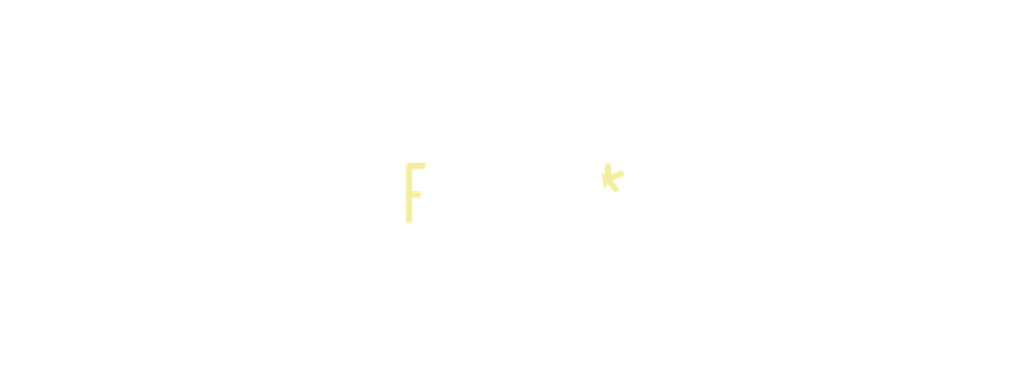
<source format=kicad_pcb>
(kicad_pcb (version 20240108) (generator pcbnew)
  (layers (0 "F.Cu" signal) (31 "B.Cu" signal) (34 "B.Paste" user) (35 "F.Paste" user) (36 "B.SilkS" user "B.Silkscreen") (37 "F.SilkS" user "F.Silkscreen") (38 "B.Mask" user) (39 "F.Mask" user) (44 "Edge.Cuts" user))
  (net 0 "")
  (footprint "MountingHole_4.3mm_M4" (layer "F.Cu") (at 0 0)
    (property "Reference" "REF**")
    (property "Value" "MountingHole_4.3mm_M4")
    (pad "" np_thru_hole circle (at 0 0) (size 4.3 4.3) (drill 4.3) (layers *.Cu *.Mask))
  )
)
</source>
